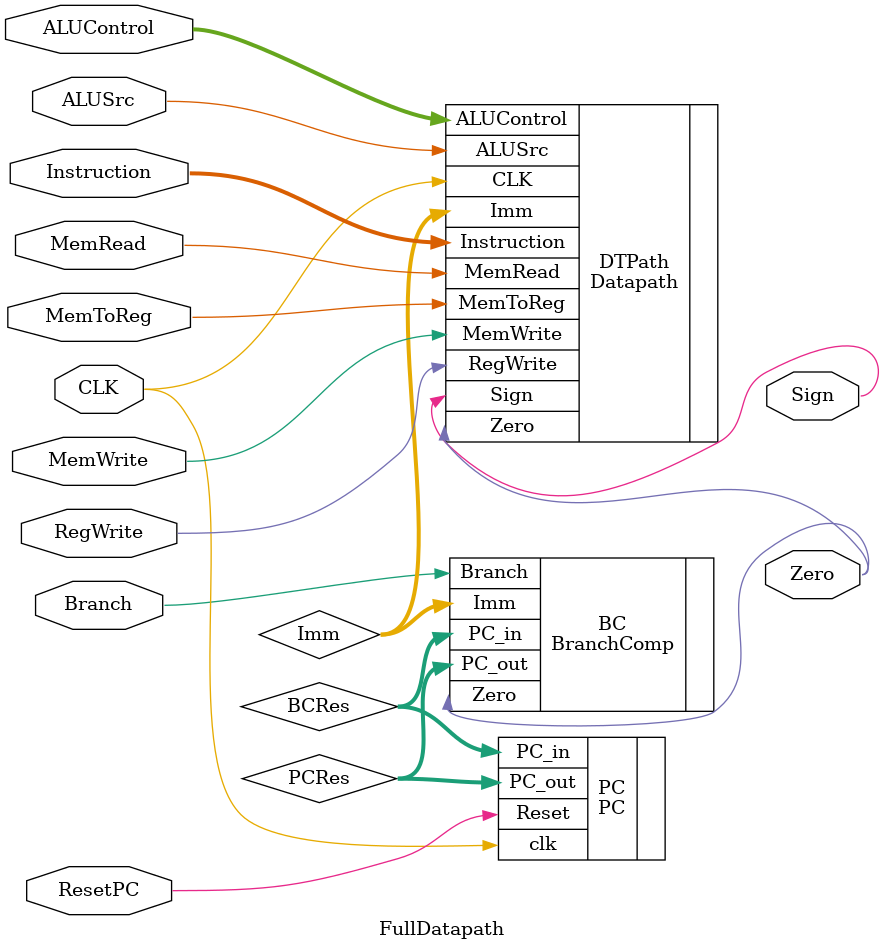
<source format=v>
module FullDatapath
(
	input CLK, RegWrite, ALUSrc, MemWrite, MemRead, MemToReg, Branch, ResetPC,
	input [3:0] ALUControl,
	input [31:0] Instruction,
	output Sign, Zero
);

	wire [4:0] WR;
	wire [31:0] RD1, RD2, SrcB, ALUResult, RD, SE, WD, BCRes, PCRes, Imm;
	wire ALU_carry;
	
	PC PC
	(
		.clk(CLK),
		.Reset(ResetPC),
		.PC_in(BCRes),
		.PC_out(PCRes)
	);
	
//	InstructionMemory IM
//	(
//		.Address(PCRes),
//		.Instruction(Instruction)
//	);
	
	Datapath DTPath
	(
		.CLK(CLK),
		.RegWrite(RegWrite),
		.ALUSrc(ALUSrc),
		.ALUControl(ALUControl),
		.MemWrite(MemWrite),
		.MemRead(MemRead),
		.MemToReg(MemToReg),
		.Instruction(Instruction),
		.Sign(Sign),
		.Zero(Zero),
		.Imm(Imm)
	);
	
	BranchComp BC
	(
		.PC_in(BCRes),
		.PC_out(PCRes),
		.Imm(Imm),
		.Branch(Branch),
		.Zero(Zero)
	);
endmodule 
</source>
